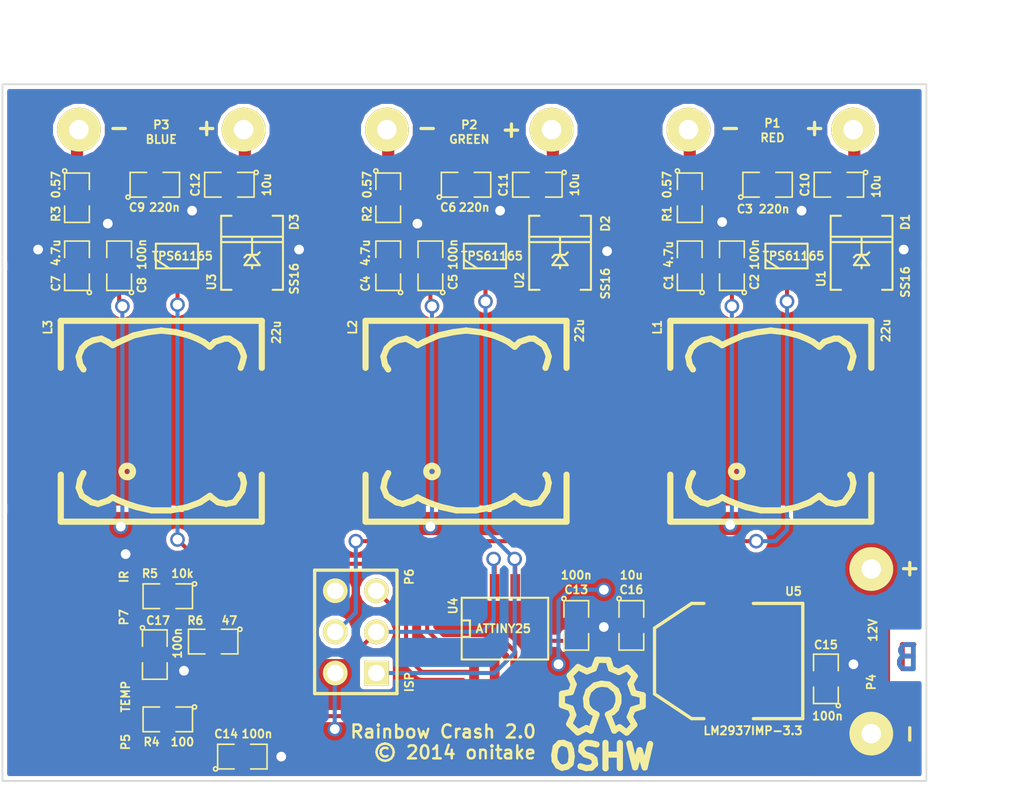
<source format=kicad_pcb>
(kicad_pcb (version 3) (host pcbnew "(22-Jun-2014 BZR 4027)-stable")
  (title_block (title "Rainbow Crash") (rev 1) (company "Chaostreff Basel") (comment 1 "(c) 2012-2014 Gregor Riepl <onitake@gmail.com>"))
  (layers (15 F.Cu signal) (0 B.Cu signal) (18 B.Paste user) (19 F.Paste user) (20 B.SilkS user) (21 F.SilkS user) (22 B.Mask user) (23 F.Mask user) (28 Edge.Cuts user))
  (net 0 "")
  (net 1 +12V)
  (net 2 DIMB)
  (net 3 DIMG)
  (net 4 DIMR)
  (net 5 GND)
  (net 6 IR)
  (net 7 N-000001)
  (net 8 N-0000011)
  (net 9 N-0000012)
  (net 10 N-0000018)
  (net 11 N-0000019)
  (net 12 N-000002)
  (net 13 N-0000020)
  (net 14 N-0000021)
  (net 15 N-0000022)
  (net 16 N-0000023)
  (net 17 N-0000024)
  (net 18 N-000005)
  (net 19 N-000006)
  (net 20 N-000007)
  (net 21 N-000008)
  (net 22 RESET)
  (net 23 TEMP)
  (net 24 VCC)
  (module SO8E (layer F.Cu) (at 101 62.6)
    (fp_text reference U4 (at -3.2 -1.4 90) (layer F.SilkS) (effects (font (size 0.508 0.508) (thickness 0.10922))))
    (fp_text value ATTINY25 (at -0.1 0) (layer F.SilkS) (effects (font (size 0.508 0.508) (thickness 0.10922))))
    (pad 8 smd rect (at -1.905 -2.667) (size 0.59944 1.39954) (layers F.Cu F.Paste F.Mask) (net 24 VCC))
    (pad 1 smd rect (at -1.905 2.667) (size 0.59944 1.39954) (layers F.Cu F.Paste F.Mask) (net 22 RESET))
    (pad 7 smd rect (at -0.635 -2.667) (size 0.59944 1.39954) (layers F.Cu F.Paste F.Mask) (net 6 IR))
    (pad 6 smd rect (at 0.635 -2.667) (size 0.59944 1.39954) (layers F.Cu F.Paste F.Mask) (net 3 DIMG))
    (pad 5 smd rect (at 1.905 -2.667) (size 0.59944 1.39954) (layers F.Cu F.Paste F.Mask) (net 4 DIMR))
    (pad 2 smd rect (at -0.635 2.667) (size 0.59944 1.39954) (layers F.Cu F.Paste F.Mask) (net 23 TEMP))
    (pad 3 smd rect (at 0.635 2.667) (size 0.59944 1.39954) (layers F.Cu F.Paste F.Mask) (net 2 DIMB))
    (pad 4 smd rect (at 1.905 2.667) (size 0.59944 1.39954) (layers F.Cu F.Paste F.Mask) (net 5 GND))
  )
  (module SM0805 (layer F.Cu) (at 84 35.2 180)
    (fp_text reference C12 (at 2.1 0 270) (layer F.SilkS) (effects (font (size 0.50038 0.50038) (thickness 0.10922))))
    (fp_text value 10u (at -2.3 0 270) (layer F.SilkS) (effects (font (size 0.50038 0.50038) (thickness 0.10922))))
    (pad 1 smd rect (at -0.9525 0 180) (size 0.889 1.397) (layers F.Cu F.Paste F.Mask) (net 7 N-000001))
    (pad 2 smd rect (at 0.9525 0 180) (size 0.889 1.397) (layers F.Cu F.Paste F.Mask) (net 5 GND))
  )
  (module SM0805 (layer F.Cu) (at 103 35.2 180)
    (fp_text reference C11 (at 2.1 0 270) (layer F.SilkS) (effects (font (size 0.50038 0.50038) (thickness 0.10922))))
    (fp_text value 10u (at -2.3 0 270) (layer F.SilkS) (effects (font (size 0.50038 0.50038) (thickness 0.10922))))
    (pad 1 smd rect (at -0.9525 0 180) (size 0.889 1.397) (layers F.Cu F.Paste F.Mask) (net 8 N-0000011))
    (pad 2 smd rect (at 0.9525 0 180) (size 0.889 1.397) (layers F.Cu F.Paste F.Mask) (net 5 GND))
  )
  (module SM0805 (layer F.Cu) (at 93.8 36 270)
    (fp_text reference R2 (at 1 1.3 270) (layer F.SilkS) (effects (font (size 0.50038 0.50038) (thickness 0.10922))))
    (fp_text value 0.57 (at -0.8 1.3 270) (layer F.SilkS) (effects (font (size 0.50038 0.50038) (thickness 0.10922))))
    (pad 1 smd rect (at -0.9525 0 270) (size 0.889 1.397) (layers F.Cu F.Paste F.Mask) (net 20 N-000007))
    (pad 2 smd rect (at 0.9525 0 270) (size 0.889 1.397) (layers F.Cu F.Paste F.Mask) (net 5 GND))
  )
  (module SM0805 (layer F.Cu) (at 96.4 40.2 90)
    (fp_text reference C5 (at -1 1.4 90) (layer F.SilkS) (effects (font (size 0.50038 0.50038) (thickness 0.10922))))
    (fp_text value 100n (at 0.7 1.4 90) (layer F.SilkS) (effects (font (size 0.50038 0.50038) (thickness 0.10922))))
    (pad 1 smd rect (at -0.9525 0 90) (size 0.889 1.397) (layers F.Cu F.Paste F.Mask) (net 24 VCC))
    (pad 2 smd rect (at 0.9525 0 90) (size 0.889 1.397) (layers F.Cu F.Paste F.Mask) (net 5 GND))
  )
  (module SM0805 (layer F.Cu) (at 98.6 35.2)
    (fp_text reference C6 (at -1.1 1.4) (layer F.SilkS) (effects (font (size 0.50038 0.50038) (thickness 0.10922))))
    (fp_text value 220n (at 0.5 1.4) (layer F.SilkS) (effects (font (size 0.50038 0.50038) (thickness 0.10922))))
    (pad 1 smd rect (at -0.9525 0) (size 0.889 1.397) (layers F.Cu F.Paste F.Mask) (net 21 N-000008))
    (pad 2 smd rect (at 0.9525 0) (size 0.889 1.397) (layers F.Cu F.Paste F.Mask) (net 5 GND))
  )
  (module SM0805 (layer F.Cu) (at 93.8 40.2 90)
    (fp_text reference C4 (at -1.1 -1.4 90) (layer F.SilkS) (effects (font (size 0.50038 0.50038) (thickness 0.10922))))
    (fp_text value 4.7u (at 0.8 -1.4 90) (layer F.SilkS) (effects (font (size 0.50038 0.50038) (thickness 0.10922))))
    (pad 1 smd rect (at -0.9525 0 90) (size 0.889 1.397) (layers F.Cu F.Paste F.Mask) (net 1 +12V))
    (pad 2 smd rect (at 0.9525 0 90) (size 0.889 1.397) (layers F.Cu F.Paste F.Mask) (net 5 GND))
  )
  (module SM0805 (layer F.Cu) (at 84.8 70.5)
    (fp_text reference C14 (at -1 -1.4) (layer F.SilkS) (effects (font (size 0.50038 0.50038) (thickness 0.10922))))
    (fp_text value 100n (at 0.9 -1.4) (layer F.SilkS) (effects (font (size 0.50038 0.50038) (thickness 0.10922))))
    (pad 1 smd rect (at -0.9525 0) (size 0.889 1.397) (layers F.Cu F.Paste F.Mask) (net 24 VCC))
    (pad 2 smd rect (at 0.9525 0) (size 0.889 1.397) (layers F.Cu F.Paste F.Mask) (net 5 GND))
  )
  (module SM0805 (layer F.Cu) (at 74.6 36 270)
    (fp_text reference R3 (at 1 1.3 270) (layer F.SilkS) (effects (font (size 0.50038 0.50038) (thickness 0.10922))))
    (fp_text value 0.57 (at -0.8 1.3 270) (layer F.SilkS) (effects (font (size 0.50038 0.50038) (thickness 0.10922))))
    (pad 1 smd rect (at -0.9525 0 270) (size 0.889 1.397) (layers F.Cu F.Paste F.Mask) (net 18 N-000005))
    (pad 2 smd rect (at 0.9525 0 270) (size 0.889 1.397) (layers F.Cu F.Paste F.Mask) (net 5 GND))
  )
  (module SM0805 (layer F.Cu) (at 77.2 40.2 90)
    (fp_text reference C8 (at -1.2 1.4 90) (layer F.SilkS) (effects (font (size 0.50038 0.50038) (thickness 0.10922))))
    (fp_text value 100n (at 0.7 1.4 90) (layer F.SilkS) (effects (font (size 0.50038 0.50038) (thickness 0.10922))))
    (pad 1 smd rect (at -0.9525 0 90) (size 0.889 1.397) (layers F.Cu F.Paste F.Mask) (net 24 VCC))
    (pad 2 smd rect (at 0.9525 0 90) (size 0.889 1.397) (layers F.Cu F.Paste F.Mask) (net 5 GND))
  )
  (module SM0805 (layer F.Cu) (at 79.4 35.2)
    (fp_text reference C9 (at -1.1 1.4) (layer F.SilkS) (effects (font (size 0.50038 0.50038) (thickness 0.10922))))
    (fp_text value 220n (at 0.6 1.4) (layer F.SilkS) (effects (font (size 0.50038 0.50038) (thickness 0.10922))))
    (pad 1 smd rect (at -0.9525 0) (size 0.889 1.397) (layers F.Cu F.Paste F.Mask) (net 12 N-000002))
    (pad 2 smd rect (at 0.9525 0) (size 0.889 1.397) (layers F.Cu F.Paste F.Mask) (net 5 GND))
  )
  (module SM0805 (layer F.Cu) (at 74.6 40.2 90)
    (fp_text reference C7 (at -1.1 -1.3 90) (layer F.SilkS) (effects (font (size 0.50038 0.50038) (thickness 0.10922))))
    (fp_text value 4.7u (at 0.8 -1.3 90) (layer F.SilkS) (effects (font (size 0.50038 0.50038) (thickness 0.10922))))
    (pad 1 smd rect (at -0.9525 0 90) (size 0.889 1.397) (layers F.Cu F.Paste F.Mask) (net 1 +12V))
    (pad 2 smd rect (at 0.9525 0 90) (size 0.889 1.397) (layers F.Cu F.Paste F.Mask) (net 5 GND))
  )
  (module SM0805 (layer F.Cu) (at 80.2 60.6 180)
    (fp_text reference R5 (at 1.1 1.4 180) (layer F.SilkS) (effects (font (size 0.50038 0.50038) (thickness 0.10922))))
    (fp_text value 10k (at -0.9 1.4 180) (layer F.SilkS) (effects (font (size 0.50038 0.50038) (thickness 0.10922))))
    (pad 1 smd rect (at -0.9525 0 180) (size 0.889 1.397) (layers F.Cu F.Paste F.Mask) (net 6 IR))
    (pad 2 smd rect (at 0.9525 0 180) (size 0.889 1.397) (layers F.Cu F.Paste F.Mask) (net 11 N-0000019))
  )
  (module SM0805 (layer F.Cu) (at 80.2 68.2 180)
    (fp_text reference R4 (at 1 -1.4 180) (layer F.SilkS) (effects (font (size 0.50038 0.50038) (thickness 0.10922))))
    (fp_text value 100 (at -0.9 -1.4 180) (layer F.SilkS) (effects (font (size 0.50038 0.50038) (thickness 0.10922))))
    (pad 1 smd rect (at -0.9525 0 180) (size 0.889 1.397) (layers F.Cu F.Paste F.Mask) (net 23 TEMP))
    (pad 2 smd rect (at 0.9525 0 180) (size 0.889 1.397) (layers F.Cu F.Paste F.Mask) (net 13 N-0000020))
  )
  (module SM0805 (layer F.Cu) (at 79.4 64.2 270)
    (fp_text reference C17 (at -2.1 -0.2 360) (layer F.SilkS) (effects (font (size 0.50038 0.50038) (thickness 0.10922))))
    (fp_text value 100n (at -0.7 -1.4 270) (layer F.SilkS) (effects (font (size 0.50038 0.50038) (thickness 0.10922))))
    (pad 1 smd rect (at -0.9525 0 270) (size 0.889 1.397) (layers F.Cu F.Paste F.Mask) (net 10 N-0000018))
    (pad 2 smd rect (at 0.9525 0 270) (size 0.889 1.397) (layers F.Cu F.Paste F.Mask) (net 5 GND))
  )
  (module SM0805 (layer F.Cu) (at 105.4 62.4 270)
    (fp_text reference C13 (at -2.2 0 360) (layer F.SilkS) (effects (font (size 0.50038 0.50038) (thickness 0.10922))))
    (fp_text value 100n (at -3.1 0 360) (layer F.SilkS) (effects (font (size 0.50038 0.50038) (thickness 0.10922))))
    (pad 1 smd rect (at -0.9525 0 270) (size 0.889 1.397) (layers F.Cu F.Paste F.Mask) (net 24 VCC))
    (pad 2 smd rect (at 0.9525 0 270) (size 0.889 1.397) (layers F.Cu F.Paste F.Mask) (net 5 GND))
  )
  (module SM0805 (layer F.Cu) (at 112.4 40.2 90)
    (fp_text reference C1 (at -1 -1.3 90) (layer F.SilkS) (effects (font (size 0.50038 0.50038) (thickness 0.10922))))
    (fp_text value 4.7u (at 0.7 -1.3 90) (layer F.SilkS) (effects (font (size 0.50038 0.50038) (thickness 0.10922))))
    (pad 1 smd rect (at -0.9525 0 90) (size 0.889 1.397) (layers F.Cu F.Paste F.Mask) (net 1 +12V))
    (pad 2 smd rect (at 0.9525 0 90) (size 0.889 1.397) (layers F.Cu F.Paste F.Mask) (net 5 GND))
  )
  (module SM0805 (layer F.Cu) (at 117.2 35.2)
    (fp_text reference C3 (at -1.4 1.5) (layer F.SilkS) (effects (font (size 0.50038 0.50038) (thickness 0.10922))))
    (fp_text value 220n (at 0.4 1.5) (layer F.SilkS) (effects (font (size 0.50038 0.50038) (thickness 0.10922))))
    (pad 1 smd rect (at -0.9525 0) (size 0.889 1.397) (layers F.Cu F.Paste F.Mask) (net 14 N-0000021))
    (pad 2 smd rect (at 0.9525 0) (size 0.889 1.397) (layers F.Cu F.Paste F.Mask) (net 5 GND))
  )
  (module SM0805 (layer F.Cu) (at 115 40.2 90)
    (fp_text reference C2 (at -1 1.4 90) (layer F.SilkS) (effects (font (size 0.50038 0.50038) (thickness 0.10922))))
    (fp_text value 100n (at 0.7 1.4 90) (layer F.SilkS) (effects (font (size 0.50038 0.50038) (thickness 0.10922))))
    (pad 1 smd rect (at -0.9525 0 90) (size 0.889 1.397) (layers F.Cu F.Paste F.Mask) (net 24 VCC))
    (pad 2 smd rect (at 0.9525 0 90) (size 0.889 1.397) (layers F.Cu F.Paste F.Mask) (net 5 GND))
  )
  (module SM0805 (layer F.Cu) (at 112.4 36 270)
    (fp_text reference R1 (at 1 1.4 270) (layer F.SilkS) (effects (font (size 0.50038 0.50038) (thickness 0.10922))))
    (fp_text value 0.57 (at -0.8 1.4 270) (layer F.SilkS) (effects (font (size 0.50038 0.50038) (thickness 0.10922))))
    (pad 1 smd rect (at -0.9525 0 270) (size 0.889 1.397) (layers F.Cu F.Paste F.Mask) (net 16 N-0000023))
    (pad 2 smd rect (at 0.9525 0 270) (size 0.889 1.397) (layers F.Cu F.Paste F.Mask) (net 5 GND))
  )
  (module SM0805 (layer F.Cu) (at 121.6 35.2 180)
    (fp_text reference C10 (at 2.1 0 270) (layer F.SilkS) (effects (font (size 0.50038 0.50038) (thickness 0.10922))))
    (fp_text value 10u (at -2.3 -0.1 270) (layer F.SilkS) (effects (font (size 0.50038 0.50038) (thickness 0.10922))))
    (pad 1 smd rect (at -0.9525 0 180) (size 0.889 1.397) (layers F.Cu F.Paste F.Mask) (net 15 N-0000022))
    (pad 2 smd rect (at 0.9525 0 180) (size 0.889 1.397) (layers F.Cu F.Paste F.Mask) (net 5 GND))
  )
  (module SM0805 (layer F.Cu) (at 108.8 62.4 270)
    (fp_text reference C16 (at -2.2 0 360) (layer F.SilkS) (effects (font (size 0.50038 0.50038) (thickness 0.10922))))
    (fp_text value 10u (at -3.1 0 360) (layer F.SilkS) (effects (font (size 0.50038 0.50038) (thickness 0.10922))))
    (pad 1 smd rect (at -0.9525 0 270) (size 0.889 1.397) (layers F.Cu F.Paste F.Mask) (net 24 VCC))
    (pad 2 smd rect (at 0.9525 0 270) (size 0.889 1.397) (layers F.Cu F.Paste F.Mask) (net 5 GND))
  )
  (module SM0805 (layer F.Cu) (at 120.8 65.7 90)
    (fp_text reference C15 (at 2.1 0 180) (layer F.SilkS) (effects (font (size 0.50038 0.50038) (thickness 0.10922))))
    (fp_text value 100n (at -2.3 0.1 180) (layer F.SilkS) (effects (font (size 0.50038 0.50038) (thickness 0.10922))))
    (pad 1 smd rect (at -0.9525 0 90) (size 0.889 1.397) (layers F.Cu F.Paste F.Mask) (net 1 +12V))
    (pad 2 smd rect (at 0.9525 0 90) (size 0.889 1.397) (layers F.Cu F.Paste F.Mask) (net 5 GND))
  )
  (module SM0805 (layer F.Cu) (at 83 63.4 180)
    (fp_text reference R6 (at 1.1 1.3 180) (layer F.SilkS) (effects (font (size 0.50038 0.50038) (thickness 0.10922))))
    (fp_text value 47 (at -1 1.3 180) (layer F.SilkS) (effects (font (size 0.50038 0.50038) (thickness 0.10922))))
    (pad 1 smd rect (at -0.9525 0 180) (size 0.889 1.397) (layers F.Cu F.Paste F.Mask) (net 24 VCC))
    (pad 2 smd rect (at 0.9525 0 180) (size 0.889 1.397) (layers F.Cu F.Paste F.Mask) (net 10 N-0000018))
  )
  (module SOT23_6 (layer F.Cu) (at 99.8 39.6)
    (fp_text reference U2 (at 2.1 1.5 90) (layer F.SilkS) (effects (font (size 0.508 0.508) (thickness 0.10922))))
    (fp_text value TPS61165 (at 0.4 0) (layer F.SilkS) (effects (font (size 0.508 0.508) (thickness 0.10922))))
    (pad 6 smd rect (at -0.9525 -1.27) (size 0.70104 1.00076) (layers F.Cu F.Paste F.Mask) (net 20 N-000007))
    (pad 5 smd rect (at 0 -1.27) (size 0.70104 1.00076) (layers F.Cu F.Paste F.Mask) (net 21 N-000008))
    (pad 4 smd rect (at 0.9525 -1.27) (size 0.70104 1.00076) (layers F.Cu F.Paste F.Mask) (net 5 GND))
    (pad 3 smd rect (at 0.9525 1.27) (size 0.70104 1.00076) (layers F.Cu F.Paste F.Mask) (net 9 N-0000012))
    (pad 2 smd rect (at 0 1.27) (size 0.70104 1.00076) (layers F.Cu F.Paste F.Mask) (net 3 DIMG))
    (pad 1 smd rect (at -0.9525 1.27) (size 0.70104 1.00076) (layers F.Cu F.Paste F.Mask) (net 24 VCC))
  )
  (module SOT23_6 (layer F.Cu) (at 80.8 39.6)
    (fp_text reference U3 (at 2.1 1.6 90) (layer F.SilkS) (effects (font (size 0.508 0.508) (thickness 0.10922))))
    (fp_text value TPS61165 (at 0.3 0) (layer F.SilkS) (effects (font (size 0.50038 0.50038) (thickness 0.10922))))
    (pad 6 smd rect (at -0.9525 -1.27) (size 0.70104 1.00076) (layers F.Cu F.Paste F.Mask) (net 18 N-000005))
    (pad 5 smd rect (at 0 -1.27) (size 0.70104 1.00076) (layers F.Cu F.Paste F.Mask) (net 12 N-000002))
    (pad 4 smd rect (at 0.9525 -1.27) (size 0.70104 1.00076) (layers F.Cu F.Paste F.Mask) (net 5 GND))
    (pad 3 smd rect (at 0.9525 1.27) (size 0.70104 1.00076) (layers F.Cu F.Paste F.Mask) (net 19 N-000006))
    (pad 2 smd rect (at 0 1.27) (size 0.70104 1.00076) (layers F.Cu F.Paste F.Mask) (net 2 DIMB))
    (pad 1 smd rect (at -0.9525 1.27) (size 0.70104 1.00076) (layers F.Cu F.Paste F.Mask) (net 24 VCC))
  )
  (module SOT23_6 (layer F.Cu) (at 118.4 39.6)
    (fp_text reference U1 (at 2.1 1.4 90) (layer F.SilkS) (effects (font (size 0.508 0.508) (thickness 0.10922))))
    (fp_text value TPS61165 (at 0.4 0) (layer F.SilkS) (effects (font (size 0.508 0.508) (thickness 0.10922))))
    (pad 6 smd rect (at -0.9525 -1.27) (size 0.70104 1.00076) (layers F.Cu F.Paste F.Mask) (net 16 N-0000023))
    (pad 5 smd rect (at 0 -1.27) (size 0.70104 1.00076) (layers F.Cu F.Paste F.Mask) (net 14 N-0000021))
    (pad 4 smd rect (at 0.9525 -1.27) (size 0.70104 1.00076) (layers F.Cu F.Paste F.Mask) (net 5 GND))
    (pad 3 smd rect (at 0.9525 1.27) (size 0.70104 1.00076) (layers F.Cu F.Paste F.Mask) (net 17 N-0000024))
    (pad 2 smd rect (at 0 1.27) (size 0.70104 1.00076) (layers F.Cu F.Paste F.Mask) (net 4 DIMR))
    (pad 1 smd rect (at -0.9525 1.27) (size 0.70104 1.00076) (layers F.Cu F.Paste F.Mask) (net 24 VCC))
  )
  (module "DO-214AC(SMA)" (layer F.Cu) (at 85.4 39.4 90)
    (fp_text reference D3 (at 1.9 2.6 90) (layer F.SilkS) (effects (font (size 0.508 0.508) (thickness 0.10922))))
    (fp_text value SS16 (at -1.6 2.6 90) (layer F.SilkS) (effects (font (size 0.508 0.508) (thickness 0.10922))))
    (pad 1 smd rect (at -1.89992 0 90) (size 1.6002 2.19964) (layers F.Cu F.Paste F.Mask) (net 19 N-000006))
    (pad 2 smd rect (at 1.89992 0 90) (size 1.6002 2.19964) (layers F.Cu F.Paste F.Mask) (net 7 N-000001))
  )
  (module "DO-214AC(SMA)" (layer F.Cu) (at 104.4 39.4 90)
    (fp_text reference D2 (at 1.8 2.8 90) (layer F.SilkS) (effects (font (size 0.508 0.508) (thickness 0.10922))))
    (fp_text value SS16 (at -1.9 2.8 90) (layer F.SilkS) (effects (font (size 0.508 0.508) (thickness 0.10922))))
    (pad 1 smd rect (at -1.89992 0 90) (size 1.6002 2.19964) (layers F.Cu F.Paste F.Mask) (net 9 N-0000012))
    (pad 2 smd rect (at 1.89992 0 90) (size 1.6002 2.19964) (layers F.Cu F.Paste F.Mask) (net 8 N-0000011))
  )
  (module "DO-214AC(SMA)" (layer F.Cu) (at 123 39.4 90)
    (fp_text reference D1 (at 1.9 2.7 90) (layer F.SilkS) (effects (font (size 0.508 0.508) (thickness 0.10922))))
    (fp_text value SS16 (at -1.8 2.7 90) (layer F.SilkS) (effects (font (size 0.508 0.508) (thickness 0.10922))))
    (pad 1 smd rect (at -1.89992 0 90) (size 1.6002 2.19964) (layers F.Cu F.Paste F.Mask) (net 17 N-0000024))
    (pad 2 smd rect (at 1.89992 0 90) (size 1.6002 2.19964) (layers F.Cu F.Paste F.Mask) (net 15 N-0000022))
  )
  (module Symbol_OSHW-Logo_SilkScreen_07Jul2012 (layer F.Cu) (at 107 67)
    (fp_text reference SYM hide)
    (fp_text value Symbol_OSHW-Logo_SilkScreen_07Jul2012 hide)
  )
  (module WireConnection_1-2mmDrill (layer F.Cu) (at 123.6 64 270)
    (fp_text reference P4 (at 1.9 0 270) (layer F.SilkS) (effects (font (size 0.508 0.508) (thickness 0.10922))))
    (fp_text value 12V (at -1.3 -0.1 270) (layer F.SilkS) (effects (font (size 0.508 0.508) (thickness 0.10922))))
    (pad 1 thru_hole circle (at -5.08 0 270) (size 2.70002 2.70002) (drill 1.19888) (layers *.Cu *.Mask F.SilkS) (net 1 +12V))
    (pad 2 thru_hole circle (at 5.08 0 270) (size 2.70002 2.70002) (drill 1.19888) (layers *.Cu *.Mask F.SilkS) (net 5 GND))
  )
  (module WireConnection_1-2mmDrill (layer F.Cu) (at 117.4 31.8 180)
    (fp_text reference P1 (at -0.1 0.4 180) (layer F.SilkS) (effects (font (size 0.508 0.508) (thickness 0.10922))))
    (fp_text value RED (at -0.1 -0.5 180) (layer F.SilkS) (effects (font (size 0.508 0.508) (thickness 0.10922))))
    (pad 1 thru_hole circle (at -5.08 0 180) (size 2.70002 2.70002) (drill 1.19888) (layers *.Cu *.Mask F.SilkS) (net 15 N-0000022))
    (pad 2 thru_hole circle (at 5.08 0 180) (size 2.70002 2.70002) (drill 1.19888) (layers *.Cu *.Mask F.SilkS) (net 16 N-0000023))
  )
  (module WireConnection_1-2mmDrill (layer F.Cu) (at 98.8 31.8 180)
    (fp_text reference P2 (at 0 0.3 180) (layer F.SilkS) (effects (font (size 0.508 0.508) (thickness 0.10922))))
    (fp_text value GREEN (at 0 -0.6 180) (layer F.SilkS) (effects (font (size 0.508 0.508) (thickness 0.10922))))
    (pad 1 thru_hole circle (at -5.08 0 180) (size 2.70002 2.70002) (drill 1.19888) (layers *.Cu *.Mask F.SilkS) (net 8 N-0000011))
    (pad 2 thru_hole circle (at 5.08 0 180) (size 2.70002 2.70002) (drill 1.19888) (layers *.Cu *.Mask F.SilkS) (net 20 N-000007))
  )
  (module WireConnection_1-2mmDrill (layer F.Cu) (at 79.8 31.8 180)
    (fp_text reference P3 (at 0 0.3 180) (layer F.SilkS) (effects (font (size 0.508 0.508) (thickness 0.10922))))
    (fp_text value BLUE (at 0 -0.6 180) (layer F.SilkS) (effects (font (size 0.508 0.508) (thickness 0.10922))))
    (pad 1 thru_hole circle (at -5.08 0 180) (size 2.70002 2.70002) (drill 1.19888) (layers *.Cu *.Mask F.SilkS) (net 7 N-000001))
    (pad 2 thru_hole circle (at 5.08 0 180) (size 2.70002 2.70002) (drill 1.19888) (layers *.Cu *.Mask F.SilkS) (net 18 N-000005))
  )
  (module Choke_SMD_Wuerth-WE-PD-Typ-LS_Handsoldering_RevA_27July2010 (layer F.Cu) (at 79.8 49.8)
    (fp_text reference L3 (at -7 -5.8 90) (layer F.SilkS) (effects (font (size 0.508 0.508) (thickness 0.10922))))
    (fp_text value 22u (at 7.1 -5.5 90) (layer F.SilkS) (effects (font (size 0.508 0.508) (thickness 0.10922))))
    (pad 1 smd rect (at -5.90042 0) (size 4.89966 5.40004) (layers F.Cu F.Paste F.Mask) (net 1 +12V))
    (pad 2 smd rect (at 5.90042 0) (size 4.89966 5.40004) (layers F.Cu F.Paste F.Mask) (net 19 N-000006))
  )
  (module Choke_SMD_Wuerth-WE-PD-Typ-LS_Handsoldering_RevA_27July2010 (layer F.Cu) (at 98.6 49.8)
    (fp_text reference L2 (at -7 -5.8 90) (layer F.SilkS) (effects (font (size 0.508 0.508) (thickness 0.10922))))
    (fp_text value 22u (at 7 -5.6 90) (layer F.SilkS) (effects (font (size 0.508 0.508) (thickness 0.10922))))
    (pad 1 smd rect (at -5.90042 0) (size 4.89966 5.40004) (layers F.Cu F.Paste F.Mask) (net 1 +12V))
    (pad 2 smd rect (at 5.90042 0) (size 4.89966 5.40004) (layers F.Cu F.Paste F.Mask) (net 9 N-0000012))
  )
  (module Choke_SMD_Wuerth-WE-PD-Typ-LS_Handsoldering_RevA_27July2010 (layer F.Cu) (at 117.4 49.8)
    (fp_text reference L1 (at -7 -5.8 90) (layer F.SilkS) (effects (font (size 0.508 0.508) (thickness 0.10922))))
    (fp_text value 22u (at 7.1 -5.6 90) (layer F.SilkS) (effects (font (size 0.508 0.508) (thickness 0.10922))))
    (pad 1 smd rect (at -5.90042 0) (size 4.89966 5.40004) (layers F.Cu F.Paste F.Mask) (net 1 +12V))
    (pad 2 smd rect (at 5.90042 0) (size 4.89966 5.40004) (layers F.Cu F.Paste F.Mask) (net 17 N-0000024))
  )
  (module pin_array_3x2 (layer F.Cu) (at 91.8 62.8 90)
    (fp_text reference P6 (at 3.4 3.3 90) (layer F.SilkS) (effects (font (size 0.508 0.508) (thickness 0.10922))))
    (fp_text value ISP hide)
    (pad 1 thru_hole rect (at -2.54 1.27 90) (size 1.524 1.524) (drill 1.016) (layers *.Cu *.Mask F.SilkS) (net 3 DIMG))
    (pad 2 thru_hole circle (at -2.54 -1.27 90) (size 1.524 1.524) (drill 1.016) (layers *.Cu *.Mask F.SilkS) (net 24 VCC))
    (pad 3 thru_hole circle (at 0 1.27 90) (size 1.524 1.524) (drill 1.016) (layers *.Cu *.Mask F.SilkS) (net 6 IR))
    (pad 4 thru_hole circle (at 0 -1.27 90) (size 1.524 1.524) (drill 1.016) (layers *.Cu *.Mask F.SilkS) (net 4 DIMR))
    (pad 5 thru_hole circle (at 2.54 1.27 90) (size 1.524 1.524) (drill 1.016) (layers *.Cu *.Mask F.SilkS) (net 22 RESET))
    (pad 6 thru_hole circle (at 2.54 -1.27 90) (size 1.524 1.524) (drill 1.016) (layers *.Cu *.Mask F.SilkS) (net 5 GND))
  )
  (module oni-pad3-2.54 (layer F.Cu) (at 74 68.2 90)
    (fp_text reference P5 (at -1.4 3.6 90) (layer F.SilkS) (effects (font (size 0.508 0.508) (thickness 0.10922))))
    (fp_text value TEMP (at 1.4 3.6 90) (layer F.SilkS) (effects (font (size 0.508 0.508) (thickness 0.10922))))
    (pad 1 smd rect (at -2.54 0 90) (size 1.27 5.08) (layers F.Cu F.Paste F.Mask) (net 24 VCC))
    (pad 2 smd rect (at 0 0 90) (size 1.27 5.08) (layers F.Cu F.Paste F.Mask) (net 13 N-0000020))
    (pad 3 smd rect (at 2.54 0 90) (size 1.27 5.08) (layers F.Cu F.Paste F.Mask) (net 5 GND))
  )
  (module oni-pad3-2.54 (layer F.Cu) (at 74 60.6 90)
    (fp_text reference P7 (at -1.3 3.5 90) (layer F.SilkS) (effects (font (size 0.508 0.508) (thickness 0.10922))))
    (fp_text value IR (at 1.2 3.5 90) (layer F.SilkS) (effects (font (size 0.508 0.508) (thickness 0.10922))))
    (pad 1 smd rect (at -2.54 0 90) (size 1.27 5.08) (layers F.Cu F.Paste F.Mask) (net 10 N-0000018))
    (pad 2 smd rect (at 0 0 90) (size 1.27 5.08) (layers F.Cu F.Paste F.Mask) (net 11 N-0000019))
    (pad 3 smd rect (at 2.54 0 90) (size 1.27 5.08) (layers F.Cu F.Paste F.Mask) (net 5 GND))
  )
  (module oni-SOT223-3 (layer F.Cu) (at 114.8 64.6 90)
    (fp_text reference U5 (at 4.3 4 180) (layer F.SilkS) (effects (font (size 0.508 0.508) (thickness 0.10922))))
    (fp_text value LM2937IMP-3.3 (at -4.3 1.5 180) (layer F.SilkS) (effects (font (size 0.508 0.508) (thickness 0.10922))))
    (pad 2 smd rect (at 0 -3.302 90) (size 3.6576 2.032) (layers F.Cu F.Paste F.Mask) (net 5 GND))
    (pad 2 smd rect (at 0 3.302 90) (size 1.016 2.032) (layers F.Cu F.Paste F.Mask) (net 5 GND))
    (pad 3 smd rect (at 2.286 3.302 90) (size 1.016 2.032) (layers F.Cu F.Paste F.Mask) (net 24 VCC))
    (pad 1 smd rect (at -2.286 3.302 90) (size 1.016 2.032) (layers F.Cu F.Paste F.Mask) (net 1 +12V))
  )
  (gr_text - (at 114.9 31.8 180) (layer F.SilkS) (effects (font (size 1 1) (thickness 0.2))))
  (gr_text - (at 96.2 31.8 180) (layer F.SilkS) (effects (font (size 1 1) (thickness 0.2))))
  (gr_text - (at 77.2 31.8 180) (layer F.SilkS) (effects (font (size 1 1) (thickness 0.2))))
  (gr_text + (at 120.1 31.8 180) (layer F.SilkS) (effects (font (size 1 1) (thickness 0.2))))
  (gr_text + (at 101.4 31.9 180) (layer F.SilkS) (effects (font (size 1 1) (thickness 0.2))))
  (gr_text + (at 82.6 31.8 180) (layer F.SilkS) (effects (font (size 1 1) (thickness 0.2))))
  (gr_text ISP (at 95.1 65.9 90) (layer F.SilkS) (effects (font (size 0.508 0.508) (thickness 0.10922))))
  (gr_text - (at 125.9 69.1 90) (layer F.SilkS) (effects (font (size 1 1) (thickness 0.2))))
  (gr_text + (at 125.9 58.9 90) (layer F.SilkS) (effects (font (size 1 1) (thickness 0.2))))
  (gr_text "Rainbow Crash 2.0\n© 2014 onitake" (at 103 69.6) (layer F.SilkS) (effects (font (size 0.8 0.8)) (justify right)))
  (gr_text F (at 125.8 64.4) (layer F.Cu) (effects (font (size 1.5 1.5) (thickness 0.3))))
  (gr_text B (at 125.8 64.4) (layer B.Cu) (effects (font (size 1.5 1.5) (thickness 0.3)) (justify mirror)))
  (gr_line (start 127 72) (end 70 72) (angle 90) (layer Edge.Cuts) (width 0.1))
  (gr_line (start 127 29) (end 127 72) (angle 90) (layer Edge.Cuts) (width 0.1))
  (gr_line (start 70 29) (end 127 29) (angle 90) (layer Edge.Cuts) (width 0.1))
  (gr_line (start 70 72) (end 70 29) (angle 90) (layer Edge.Cuts) (width 0.1))
  (segment (start 120.8 66.6525) (end 120.5665 66.886) (width 0.75) (layer F.Cu) (net 1))
  (segment (start 120.5665 66.886) (end 118.102 66.886) (width 0.75) (layer F.Cu) (net 1))
  (segment (start 111.49958 54.39958) (end 119.07958 54.39958) (width 0.25) (layer F.Cu) (net 1))
  (segment (start 119.07958 54.39958) (end 123.6 58.92) (width 0.25) (layer F.Cu) (net 1))
  (segment (start 120.8 66.6525) (end 122.7475 66.6525) (width 0.25) (layer F.Cu) (net 1))
  (segment (start 122.7475 66.6525) (end 123.6 65.8) (width 0.25) (layer F.Cu) (net 1))
  (segment (start 123.6 65.8) (end 123.6 58.92) (width 0.25) (layer F.Cu) (net 1))
  (segment (start 92.69958 49.8) (end 92.69958 54.4) (width 0.25) (layer F.Cu) (net 1))
  (segment (start 92.7 54.3) (end 92.7 54.4) (width 0.25) (layer F.Cu) (net 1))
  (segment (start 92.7 54.39958) (end 92.7 54.3) (width 0.25) (layer F.Cu) (net 1))
  (segment (start 92.69958 54.4) (end 92.7 54.39958) (width 0.25) (layer F.Cu) (net 1))
  (segment (start 73.89958 49.8) (end 77.4 49.8) (width 0.25) (layer F.Cu) (net 1))
  (segment (start 77.4 49.8) (end 82 54.4) (width 0.25) (layer F.Cu) (net 1))
  (segment (start 82 54.4) (end 92.7 54.4) (width 0.25) (layer F.Cu) (net 1))
  (segment (start 111.49958 54.39958) (end 111.49958 49.8) (width 0.25) (layer F.Cu) (net 1))
  (segment (start 92.7 54.4) (end 111.5 54.4) (width 0.25) (layer F.Cu) (net 1))
  (segment (start 111.5 54.4) (end 111.49958 54.39958) (width 0.25) (layer F.Cu) (net 1))
  (segment (start 74.6 41.1525) (end 74.6 49.09958) (width 0.25) (layer F.Cu) (net 1))
  (segment (start 74.6 49.09958) (end 73.89958 49.8) (width 0.25) (layer F.Cu) (net 1))
  (segment (start 93.8 41.1525) (end 93.8 48.69958) (width 0.25) (layer F.Cu) (net 1))
  (segment (start 93.8 48.69958) (end 92.69958 49.8) (width 0.25) (layer F.Cu) (net 1))
  (segment (start 112.4 40.9525) (end 112.4 48.89958) (width 0.25) (layer F.Cu) (net 1))
  (segment (start 112.4 48.89958) (end 111.49958 49.8) (width 0.25) (layer F.Cu) (net 1))
  (segment (start 80.8 57.1) (end 82.3 58.6) (width 0.25) (layer F.Cu) (net 2))
  (segment (start 82.3 58.6) (end 95.4 58.6) (width 0.25) (layer F.Cu) (net 2))
  (segment (start 97 63.5) (end 96.2 62.7) (width 0.25) (layer F.Cu) (net 2))
  (segment (start 101.1 63.5) (end 97 63.5) (width 0.25) (layer F.Cu) (net 2))
  (segment (start 96.2 59.4) (end 95.4 58.6) (width 0.25) (layer F.Cu) (net 2))
  (segment (start 96.2 62.7) (end 96.2 59.4) (width 0.25) (layer F.Cu) (net 2))
  (segment (start 80.8 57.1) (end 80.8 42.6) (width 0.25) (layer B.Cu) (net 2))
  (via (at 80.8 57.1) (size 0.9) (layers F.Cu B.Cu) (net 2))
  (segment (start 80.8 42.6) (end 80.8 41.07) (width 0.25) (layer F.Cu) (net 2))
  (via (at 80.8 42.6) (size 0.9) (layers F.Cu B.Cu) (net 2))
  (segment (start 101.635 65.267) (end 101.635 64.035) (width 0.25) (layer F.Cu) (net 2))
  (segment (start 101.635 64.035) (end 101.1 63.5) (width 0.25) (layer F.Cu) (net 2))
  (segment (start 101.635 64.035) (end 101.1 63.5) (width 0.25) (layer F.Cu) (net 2))
  (segment (start 101.6 58.3) (end 99.8 56.5) (width 0.25) (layer B.Cu) (net 3))
  (segment (start 99.8 56.5) (end 99.8 56.2) (width 0.25) (layer B.Cu) (net 3))
  (segment (start 99.8 56.2) (end 99.8 55.2) (width 0.25) (layer B.Cu) (net 3))
  (segment (start 101.635 58.335) (end 101.635 59.933) (width 0.25) (layer F.Cu) (net 3))
  (segment (start 99.8 55.2) (end 99.8 42.4) (width 0.25) (layer B.Cu) (net 3))
  (segment (start 101.6 64.1) (end 101.6 58.3) (width 0.25) (layer B.Cu) (net 3))
  (segment (start 101.6 58.3) (end 101.635 58.335) (width 0.25) (layer F.Cu) (net 3))
  (via (at 101.6 58.3) (size 0.9) (layers F.Cu B.Cu) (net 3))
  (segment (start 93.07 65.34) (end 100.36 65.34) (width 0.25) (layer B.Cu) (net 3))
  (segment (start 100.36 65.34) (end 101.6 64.1) (width 0.25) (layer B.Cu) (net 3))
  (segment (start 99.8 42.4) (end 99.8 40.87) (width 0.25) (layer F.Cu) (net 3))
  (via (at 99.8 42.4) (size 0.9) (layers F.Cu B.Cu) (net 3))
  (segment (start 118.4 40.87) (end 118.4 42.4) (width 0.25) (layer F.Cu) (net 4))
  (segment (start 117.7 57.2) (end 116.5 57.2) (width 0.25) (layer B.Cu) (net 4))
  (segment (start 118.4 56.5) (end 117.7 57.2) (width 0.25) (layer B.Cu) (net 4))
  (segment (start 118.4 42.4) (end 118.4 56.5) (width 0.25) (layer B.Cu) (net 4))
  (via (at 118.4 42.4) (size 0.9) (layers F.Cu B.Cu) (net 4))
  (via (at 116.5 57.2) (size 0.9) (layers F.Cu B.Cu) (net 4))
  (segment (start 103.8 57.2) (end 116.5 57.2) (width 0.25) (layer F.Cu) (net 4))
  (segment (start 103.81 57.2) (end 103.8 57.2) (width 0.25) (layer F.Cu) (net 4))
  (segment (start 102.905 58.105) (end 103.81 57.2) (width 0.25) (layer F.Cu) (net 4))
  (segment (start 102.905 59.933) (end 102.905 58.105) (width 0.25) (layer F.Cu) (net 4))
  (segment (start 102.905 58.105) (end 102 57.2) (width 0.25) (layer F.Cu) (net 4))
  (segment (start 91.8 59.5) (end 91.8 57.2) (width 0.25) (layer B.Cu) (net 4))
  (via (at 91.8 57.2) (size 0.9) (layers F.Cu B.Cu) (net 4))
  (segment (start 91.8 57.2) (end 102 57.2) (width 0.25) (layer F.Cu) (net 4))
  (segment (start 90.53 62.8) (end 90.6 62.8) (width 0.25) (layer B.Cu) (net 4))
  (segment (start 90.6 62.8) (end 91.8 61.6) (width 0.25) (layer B.Cu) (net 4))
  (segment (start 91.8 61.6) (end 91.8 61.5) (width 0.25) (layer B.Cu) (net 4))
  (segment (start 91.8 61.5) (end 91.8 59.5) (width 0.25) (layer B.Cu) (net 4))
  (segment (start 108.8 63.3525) (end 110.9525 63.3525) (width 0.25) (layer F.Cu) (net 5))
  (segment (start 111.5 64.6) (end 111.498 64.6) (width 0.25) (layer F.Cu) (net 5))
  (segment (start 111.5 63.9) (end 111.5 64.6) (width 0.25) (layer F.Cu) (net 5))
  (segment (start 110.9525 63.3525) (end 111.5 63.9) (width 0.25) (layer F.Cu) (net 5))
  (segment (start 120.8 64.7475) (end 122.4475 64.7475) (width 0.75) (layer F.Cu) (net 5))
  (segment (start 122.4475 64.7475) (end 122.5 64.8) (width 0.75) (layer F.Cu) (net 5))
  (segment (start 120.8 64.7475) (end 118.2495 64.7475) (width 0.75) (layer F.Cu) (net 5))
  (segment (start 118.2495 64.7475) (end 118.102 64.6) (width 0.75) (layer F.Cu) (net 5))
  (segment (start 90.53 60.26) (end 88.14 60.26) (width 0.25) (layer B.Cu) (net 5))
  (segment (start 87.2 61.2) (end 87.2 70.5) (width 0.25) (layer B.Cu) (net 5))
  (segment (start 88.14 60.26) (end 87.2 61.2) (width 0.25) (layer B.Cu) (net 5))
  (segment (start 107.1 62.5) (end 110.5 59.1) (width 0.25) (layer B.Cu) (net 5))
  (segment (start 110.5 59.1) (end 120.2 59.1) (width 0.25) (layer B.Cu) (net 5))
  (segment (start 120.2 62.5) (end 120.2 59.1) (width 0.25) (layer B.Cu) (net 5))
  (segment (start 120.2 59.1) (end 123.6 55.7) (width 0.25) (layer B.Cu) (net 5))
  (segment (start 123.6 55.7) (end 123.6 39.2) (width 0.25) (layer B.Cu) (net 5))
  (segment (start 123.6 39.2) (end 125.6 39.2) (width 0.25) (layer B.Cu) (net 5))
  (segment (start 123.6 39.2) (end 123.7 39.2) (width 0.25) (layer B.Cu) (net 5))
  (segment (start 123.7 39.2) (end 123.6 39.2) (width 0.25) (layer B.Cu) (net 5))
  (segment (start 123.6 39.2) (end 123.6 37.7) (width 0.25) (layer B.Cu) (net 5))
  (segment (start 123.6 37.7) (end 122.7 36.8) (width 0.25) (layer B.Cu) (net 5))
  (segment (start 122.7 36.8) (end 119.3 36.8) (width 0.25) (layer B.Cu) (net 5))
  (via (at 119.3 36.8) (size 0.9) (layers F.Cu B.Cu) (net 5))
  (segment (start 115.1 36.8) (end 119.3 36.8) (width 0.25) (layer B.Cu) (net 5))
  (segment (start 114.4 36.8) (end 115.1 36.8) (width 0.25) (layer B.Cu) (net 5))
  (segment (start 119.3525 36.8525) (end 119.3 36.8) (width 0.25) (layer F.Cu) (net 5))
  (segment (start 114.4 37.5) (end 114.4 36.8) (width 0.25) (layer B.Cu) (net 5))
  (segment (start 100.7 36.8) (end 107.3 36.8) (width 0.25) (layer B.Cu) (net 5))
  (segment (start 107.3 36.8) (end 114.4 36.8) (width 0.25) (layer B.Cu) (net 5))
  (segment (start 96.4 36.8) (end 100.7 36.8) (width 0.25) (layer B.Cu) (net 5))
  (via (at 100.7 36.8) (size 0.9) (layers F.Cu B.Cu) (net 5))
  (via (at 114.4 37.5) (size 0.9) (layers F.Cu B.Cu) (net 5))
  (segment (start 100.7525 36.8525) (end 100.7 36.8) (width 0.25) (layer F.Cu) (net 5))
  (segment (start 113.8525 36.9525) (end 114.4 37.5) (width 0.25) (layer F.Cu) (net 5))
  (segment (start 114.935 38.035) (end 114.4 37.5) (width 0.25) (layer F.Cu) (net 5))
  (segment (start 107.3 36.8) (end 107.3 39.3) (width 0.25) (layer B.Cu) (net 5))
  (via (at 107.3 39.3) (size 0.9) (layers F.Cu B.Cu) (net 5))
  (segment (start 95.6 37.6) (end 95.6 36.8) (width 0.25) (layer B.Cu) (net 5))
  (segment (start 95.6 36.8) (end 95.6 36.9) (width 0.25) (layer B.Cu) (net 5))
  (segment (start 95.6 36.9) (end 95.6 36.8) (width 0.25) (layer B.Cu) (net 5))
  (segment (start 95.6 36.8) (end 96.4 36.8) (width 0.25) (layer B.Cu) (net 5))
  (via (at 95.6 37.6) (size 0.9) (layers F.Cu B.Cu) (net 5))
  (segment (start 94.9525 36.9525) (end 95.6 37.6) (width 0.25) (layer F.Cu) (net 5))
  (segment (start 96.4 38.4) (end 95.6 37.6) (width 0.25) (layer F.Cu) (net 5))
  (segment (start 101.7225 39.3) (end 107.3 39.3) (width 0.25) (layer F.Cu) (net 5))
  (segment (start 88.3 39.2) (end 88.3 36.8) (width 0.25) (layer B.Cu) (net 5))
  (via (at 88.3 39.2) (size 0.9) (layers F.Cu B.Cu) (net 5))
  (segment (start 88.3 36.8) (end 88.4 36.8) (width 0.25) (layer B.Cu) (net 5))
  (segment (start 81.7 36.8) (end 88.4 36.8) (width 0.25) (layer B.Cu) (net 5))
  (segment (start 88.4 36.8) (end 95.6 36.8) (width 0.25) (layer B.Cu) (net 5))
  (via (at 81.7 36.8) (size 0.9) (layers F.Cu B.Cu) (net 5))
  (segment (start 81.7525 36.8525) (end 81.7 36.8) (width 0.25) (layer F.Cu) (net 5))
  (segment (start 82.6225 39.2) (end 88.3 39.2) (width 0.25) (layer F.Cu) (net 5))
  (segment (start 78.5 36.8) (end 81.7 36.8) (width 0.25) (layer B.Cu) (net 5))
  (segment (start 77.6 58) (end 80.2 58) (width 0.25) (layer B.Cu) (net 5))
  (segment (start 73 58) (end 77.6 58) (width 0.25) (layer B.Cu) (net 5))
  (segment (start 77.6 37.6) (end 77.7 37.6) (width 0.25) (layer B.Cu) (net 5))
  (segment (start 77.7 37.6) (end 78.5 36.8) (width 0.25) (layer B.Cu) (net 5))
  (via (at 77.6 58) (size 0.9) (layers F.Cu B.Cu) (net 5))
  (segment (start 81.2 59) (end 81.2 65.2) (width 0.25) (layer B.Cu) (net 5))
  (segment (start 80.2 58) (end 81.2 59) (width 0.25) (layer B.Cu) (net 5))
  (via (at 81.2 65.2) (size 0.9) (layers F.Cu B.Cu) (net 5))
  (segment (start 81.2 65.2) (end 81.2 69.6) (width 0.25) (layer B.Cu) (net 5))
  (segment (start 81.2 69.6) (end 82.1 70.5) (width 0.25) (layer B.Cu) (net 5))
  (segment (start 81.1525 65.1525) (end 81.2 65.2) (width 0.25) (layer F.Cu) (net 5))
  (segment (start 72.2 39.2) (end 72.2 57.2) (width 0.25) (layer B.Cu) (net 5))
  (segment (start 72.2 57.2) (end 73 58) (width 0.25) (layer B.Cu) (net 5))
  (segment (start 72.2 39.2) (end 73.8 37.6) (width 0.25) (layer B.Cu) (net 5))
  (via (at 72.2 39.2) (size 0.9) (layers F.Cu B.Cu) (net 5))
  (segment (start 73.8 37.6) (end 76.5 37.6) (width 0.25) (layer B.Cu) (net 5))
  (segment (start 76.5 37.6) (end 77.6 37.6) (width 0.25) (layer B.Cu) (net 5))
  (segment (start 77.54 58.06) (end 77.6 58) (width 0.25) (layer F.Cu) (net 5))
  (via (at 76.5 37.6) (size 0.9) (layers F.Cu B.Cu) (net 5))
  (segment (start 87.2 70.5) (end 122.18 70.5) (width 0.25) (layer B.Cu) (net 5))
  (via (at 87.2 70.5) (size 0.9) (layers F.Cu B.Cu) (net 5))
  (segment (start 82.1 70.5) (end 87.2 70.5) (width 0.25) (layer B.Cu) (net 5))
  (segment (start 77.2 38.3) (end 76.5 37.6) (width 0.25) (layer F.Cu) (net 5))
  (segment (start 75.8525 36.9525) (end 76.5 37.6) (width 0.25) (layer F.Cu) (net 5))
  (segment (start 125.6 39.2) (end 120.2225 39.2) (width 0.25) (layer F.Cu) (net 5))
  (via (at 125.6 39.2) (size 0.9) (layers F.Cu B.Cu) (net 5))
  (segment (start 120.2225 39.2) (end 119.3525 38.33) (width 0.25) (layer F.Cu) (net 5))
  (segment (start 122.18 70.5) (end 123.6 69.08) (width 0.25) (layer B.Cu) (net 5))
  (segment (start 87.2 70.5) (end 85.7525 70.5) (width 0.25) (layer F.Cu) (net 5))
  (segment (start 79.4 65.1525) (end 81.1525 65.1525) (width 0.25) (layer F.Cu) (net 5))
  (segment (start 107.1 63.3525) (end 107.1 62.5) (width 0.25) (layer F.Cu) (net 5))
  (segment (start 120.2 62.5) (end 122.5 64.8) (width 0.25) (layer B.Cu) (net 5))
  (via (at 107.1 62.5) (size 0.9) (layers F.Cu B.Cu) (net 5))
  (segment (start 122.4475 64.7475) (end 122.5 64.8) (width 0.25) (layer F.Cu) (net 5))
  (via (at 122.5 64.8) (size 0.9) (layers F.Cu B.Cu) (net 5))
  (segment (start 123.6 65.9) (end 123.6 69.08) (width 0.25) (layer B.Cu) (net 5))
  (segment (start 122.5 64.8) (end 123.6 65.9) (width 0.25) (layer B.Cu) (net 5))
  (segment (start 118.2495 64.7475) (end 118.102 64.6) (width 0.25) (layer F.Cu) (net 5))
  (segment (start 101.7225 39.3) (end 100.7525 38.33) (width 0.25) (layer F.Cu) (net 5))
  (segment (start 81.7525 38.33) (end 82.6225 39.2) (width 0.25) (layer F.Cu) (net 5))
  (segment (start 74.5525 39.2) (end 72.2 39.2) (width 0.25) (layer F.Cu) (net 5))
  (segment (start 74.6 39.2475) (end 74.5525 39.2) (width 0.25) (layer F.Cu) (net 5))
  (segment (start 118.102 64.6) (end 111.498 64.6) (width 1) (layer F.Cu) (net 5))
  (segment (start 77.2 39.2475) (end 74.6 39.2475) (width 0.25) (layer F.Cu) (net 5))
  (segment (start 74.6 39.2475) (end 74.6 36.9525) (width 0.25) (layer F.Cu) (net 5))
  (segment (start 77.2 39.2475) (end 77.2 38.3) (width 0.25) (layer F.Cu) (net 5))
  (segment (start 75.8525 36.9525) (end 74.6 36.9525) (width 0.25) (layer F.Cu) (net 5))
  (segment (start 74 58.06) (end 77.54 58.06) (width 0.25) (layer F.Cu) (net 5))
  (segment (start 79.4 65.1525) (end 79.2525 65.3) (width 0.25) (layer F.Cu) (net 5))
  (segment (start 74.36 65.3) (end 74 65.66) (width 0.25) (layer F.Cu) (net 5))
  (segment (start 79.2525 65.3) (end 74.36 65.3) (width 0.25) (layer F.Cu) (net 5))
  (segment (start 102.905 65.267) (end 102.905 63.995) (width 0.25) (layer F.Cu) (net 5))
  (segment (start 102.905 63.995) (end 103.5475 63.3525) (width 0.25) (layer F.Cu) (net 5))
  (segment (start 103.5475 63.3525) (end 105.4 63.3525) (width 0.25) (layer F.Cu) (net 5))
  (segment (start 108.8 63.3525) (end 107.1 63.3525) (width 0.25) (layer F.Cu) (net 5))
  (segment (start 107.1 63.3525) (end 105.4 63.3525) (width 0.25) (layer F.Cu) (net 5))
  (segment (start 80.3525 35.2) (end 83.0475 35.2) (width 0.25) (layer F.Cu) (net 5))
  (segment (start 81.7525 38.53) (end 81.7525 36.8525) (width 0.25) (layer F.Cu) (net 5))
  (segment (start 83.0475 35.4525) (end 81.7 36.8) (width 0.25) (layer F.Cu) (net 5))
  (segment (start 83.0475 35.2) (end 83.0475 35.4525) (width 0.25) (layer F.Cu) (net 5))
  (segment (start 80.3525 35.4525) (end 81.7 36.8) (width 0.25) (layer F.Cu) (net 5))
  (segment (start 80.3525 35.4525) (end 80.3525 35.2) (width 0.25) (layer F.Cu) (net 5))
  (segment (start 96.4 39.2475) (end 96.4 38.4) (width 0.25) (layer F.Cu) (net 5))
  (segment (start 94.9525 36.9525) (end 93.8 36.9525) (width 0.25) (layer F.Cu) (net 5))
  (segment (start 102.0475 35.2) (end 102.0475 35.4525) (width 0.25) (layer F.Cu) (net 5))
  (segment (start 102.0475 35.4525) (end 100.7 36.8) (width 0.25) (layer F.Cu) (net 5))
  (segment (start 100.7525 38.33) (end 100.7525 36.8525) (width 0.25) (layer F.Cu) (net 5))
  (segment (start 99.5525 35.6525) (end 99.5525 35.2) (width 0.25) (layer F.Cu) (net 5))
  (segment (start 99.5525 35.6525) (end 100.7 36.8) (width 0.25) (layer F.Cu) (net 5))
  (segment (start 102.0475 35.2) (end 99.5525 35.2) (width 0.25) (layer F.Cu) (net 5))
  (segment (start 96.4 39.2475) (end 93.8 39.2475) (width 0.25) (layer F.Cu) (net 5))
  (segment (start 93.8 36.9525) (end 93.8 39.2475) (width 0.25) (layer F.Cu) (net 5))
  (segment (start 118.1525 35.2) (end 120.6475 35.2) (width 0.25) (layer F.Cu) (net 5))
  (segment (start 120.6475 35.2) (end 120.6475 35.4525) (width 0.25) (layer F.Cu) (net 5))
  (segment (start 120.6475 35.4525) (end 119.3 36.8) (width 0.25) (layer F.Cu) (net 5))
  (segment (start 118.1525 35.2) (end 118.1525 35.6525) (width 0.25) (layer F.Cu) (net 5))
  (segment (start 118.1525 35.6525) (end 119.3 36.8) (width 0.25) (layer F.Cu) (net 5))
  (segment (start 119.3525 36.8525) (end 119.3525 38.33) (width 0.25) (layer F.Cu) (net 5))
  (segment (start 114.935 39.0525) (end 114.935 38.035) (width 0.25) (layer F.Cu) (net 5))
  (segment (start 113.8525 36.9525) (end 112.4 36.9525) (width 0.25) (layer F.Cu) (net 5))
  (segment (start 112.4 39.0475) (end 112.4 36.9525) (width 0.25) (layer F.Cu) (net 5))
  (segment (start 100.365 59.933) (end 100.365 58.365) (width 0.25) (layer F.Cu) (net 6))
  (segment (start 99.6 62.8) (end 98.8 62.8) (width 0.25) (layer B.Cu) (net 6))
  (segment (start 100.3 62.1) (end 99.6 62.8) (width 0.25) (layer B.Cu) (net 6))
  (segment (start 100.3 58.3) (end 100.3 62.1) (width 0.25) (layer B.Cu) (net 6))
  (via (at 100.3 58.3) (size 0.9) (layers F.Cu B.Cu) (net 6))
  (segment (start 100.365 58.365) (end 100.3 58.3) (width 0.25) (layer F.Cu) (net 6))
  (segment (start 81.1525 60.6) (end 85.3 60.6) (width 0.25) (layer F.Cu) (net 6))
  (segment (start 86 63.3) (end 86.8 64.1) (width 0.25) (layer F.Cu) (net 6))
  (segment (start 86 61.3) (end 86 63.3) (width 0.25) (layer F.Cu) (net 6))
  (segment (start 85.3 60.6) (end 86 61.3) (width 0.25) (layer F.Cu) (net 6))
  (segment (start 93.07 62.8) (end 91.77 64.1) (width 0.25) (layer F.Cu) (net 6))
  (segment (start 91.77 64.1) (end 86.8 64.1) (width 0.25) (layer F.Cu) (net 6))
  (segment (start 93.07 62.8) (end 98.8 62.8) (width 0.25) (layer B.Cu) (net 6))
  (segment (start 84.9525 35.2) (end 84.9525 37.05258) (width 0.75) (layer F.Cu) (net 7))
  (segment (start 84.9525 37.05258) (end 85.4 37.50008) (width 0.75) (layer F.Cu) (net 7))
  (segment (start 84.9525 35.2) (end 84.9525 31.8725) (width 0.75) (layer F.Cu) (net 7))
  (segment (start 84.9525 31.8725) (end 84.88 31.8) (width 0.75) (layer F.Cu) (net 7))
  (segment (start 84.9525 37.05258) (end 85.4 37.50008) (width 0.25) (layer F.Cu) (net 7))
  (segment (start 84.9525 31.8725) (end 84.88 31.8) (width 0.25) (layer F.Cu) (net 7))
  (segment (start 103.9525 35.2) (end 103.9525 37.05258) (width 0.75) (layer F.Cu) (net 8))
  (segment (start 103.9525 37.05258) (end 104.4 37.50008) (width 0.75) (layer F.Cu) (net 8))
  (segment (start 103.9525 35.2) (end 103.9525 31.8725) (width 0.75) (layer F.Cu) (net 8))
  (segment (start 103.9525 31.8725) (end 103.88 31.8) (width 0.75) (layer F.Cu) (net 8))
  (segment (start 103.9525 37.05258) (end 104.4 37.50008) (width 0.25) (layer F.Cu) (net 8))
  (segment (start 103.9525 31.8725) (end 103.88 31.8) (width 0.25) (layer F.Cu) (net 8))
  (segment (start 100.7525 40.87) (end 103.97008 40.87) (width 0.75) (layer F.Cu) (net 9))
  (segment (start 103.97008 40.87) (end 104.4 41.29992) (width 0.75) (layer F.Cu) (net 9))
  (segment (start 104.4 41.29992) (end 104.4 49.69958) (width 0.75) (layer F.Cu) (net 9))
  (segment (start 104.4 49.69958) (end 104.50042 49.8) (width 0.75) (layer F.Cu) (net 9))
  (segment (start 103.97008 40.87) (end 104.4 41.29992) (width 0.25) (layer F.Cu) (net 9))
  (segment (start 104.4 49.69958) (end 104.50042 49.8) (width 0.25) (layer F.Cu) (net 9))
  (segment (start 79.4 63.2475) (end 81.895 63.2475) (width 0.25) (layer F.Cu) (net 10))
  (segment (start 81.895 63.2475) (end 82.0475 63.4) (width 0.25) (layer F.Cu) (net 10))
  (segment (start 74 63.14) (end 79.2925 63.14) (width 0.25) (layer F.Cu) (net 10))
  (segment (start 79.2925 63.14) (end 79.4 63.2475) (width 0.25) (layer F.Cu) (net 10))
  (segment (start 74 60.6) (end 79.2475 60.6) (width 0.25) (layer F.Cu) (net 11))
  (segment (start 80.8 38.33) (end 80.8 37.7) (width 0.25) (layer F.Cu) (net 12))
  (segment (start 78.4475 35.3475) (end 78.4475 35.2) (width 0.25) (layer F.Cu) (net 12))
  (segment (start 80.8 37.7) (end 78.4475 35.3475) (width 0.25) (layer F.Cu) (net 12))
  (segment (start 74 68.2) (end 79.2475 68.2) (width 0.25) (layer F.Cu) (net 13))
  (segment (start 116.2475 35.2) (end 116.2475 35.5475) (width 0.25) (layer F.Cu) (net 14))
  (segment (start 118.4 37.7) (end 118.4 38.33) (width 0.25) (layer F.Cu) (net 14))
  (segment (start 116.2475 35.5475) (end 118.4 37.7) (width 0.25) (layer F.Cu) (net 14))
  (segment (start 122.5525 35.2) (end 122.5525 37.05258) (width 0.75) (layer F.Cu) (net 15))
  (segment (start 122.5525 37.05258) (end 123 37.50008) (width 0.75) (layer F.Cu) (net 15))
  (segment (start 122.5525 35.2) (end 122.5525 31.8725) (width 0.75) (layer F.Cu) (net 15))
  (segment (start 122.5525 31.8725) (end 122.48 31.8) (width 0.75) (layer F.Cu) (net 15))
  (segment (start 122.5525 31.8725) (end 122.48 31.8) (width 0.25) (layer F.Cu) (net 15))
  (segment (start 122.5525 37.05258) (end 123 37.50008) (width 0.25) (layer F.Cu) (net 15))
  (segment (start 123 37.50008) (end 122.5525 37.05258) (width 0.25) (layer F.Cu) (net 15))
  (segment (start 112.4 35.0475) (end 113.4475 35.0475) (width 0.25) (layer F.Cu) (net 16))
  (segment (start 116.73 38.33) (end 117.4475 38.33) (width 0.25) (layer F.Cu) (net 16))
  (segment (start 113.4475 35.0475) (end 116.73 38.33) (width 0.25) (layer F.Cu) (net 16))
  (segment (start 112.4 35.0475) (end 112.4 31.88) (width 0.75) (layer F.Cu) (net 16))
  (segment (start 112.4 31.88) (end 112.32 31.8) (width 0.75) (layer F.Cu) (net 16))
  (segment (start 123 41.29992) (end 123 49.49958) (width 0.75) (layer F.Cu) (net 17))
  (segment (start 123 49.49958) (end 123.30042 49.8) (width 0.75) (layer F.Cu) (net 17))
  (segment (start 119.3525 40.87) (end 122.57008 40.87) (width 0.75) (layer F.Cu) (net 17))
  (segment (start 122.57008 40.87) (end 123 41.29992) (width 0.75) (layer F.Cu) (net 17))
  (segment (start 123 49.49958) (end 123.30042 49.8) (width 0.25) (layer F.Cu) (net 17))
  (segment (start 123 41.29992) (end 122.57008 40.87) (width 0.25) (layer F.Cu) (net 17))
  (segment (start 79.8475 38.33) (end 78.93 38.33) (width 0.25) (layer F.Cu) (net 18))
  (segment (start 78.93 38.33) (end 75.6475 35.0475) (width 0.25) (layer F.Cu) (net 18))
  (segment (start 75.6475 35.0475) (end 74.6 35.0475) (width 0.25) (layer F.Cu) (net 18))
  (segment (start 74.6 35.0475) (end 74.6 31.92) (width 0.75) (layer F.Cu) (net 18))
  (segment (start 74.6 31.92) (end 74.72 31.8) (width 0.75) (layer F.Cu) (net 18))
  (segment (start 74.6 31.92) (end 74.72 31.8) (width 0.25) (layer F.Cu) (net 18))
  (segment (start 81.7525 40.87) (end 84.97008 40.87) (width 0.75) (layer F.Cu) (net 19))
  (segment (start 84.97008 40.87) (end 85.4 41.29992) (width 0.75) (layer F.Cu) (net 19))
  (segment (start 85.17008 41.07) (end 85.4 41.29992) (width 0.75) (layer F.Cu) (net 19))
  (segment (start 85.17008 41.07) (end 85.4 41.29992) (width 0.75) (layer F.Cu) (net 19))
  (segment (start 85.4 41.29992) (end 85.4 49.49958) (width 0.75) (layer F.Cu) (net 19))
  (segment (start 85.4 49.49958) (end 85.70042 49.8) (width 0.75) (layer F.Cu) (net 19))
  (segment (start 85.17008 41.07) (end 85.4 41.29992) (width 0.25) (layer F.Cu) (net 19))
  (segment (start 85.4 49.49958) (end 85.70042 49.8) (width 0.25) (layer F.Cu) (net 19))
  (segment (start 93.8 35.0475) (end 94.8475 35.0475) (width 0.25) (layer F.Cu) (net 20))
  (segment (start 98.13 38.33) (end 98.8475 38.33) (width 0.25) (layer F.Cu) (net 20))
  (segment (start 94.8475 35.0475) (end 98.13 38.33) (width 0.25) (layer F.Cu) (net 20))
  (segment (start 93.8 35.0475) (end 93.8 31.88) (width 0.75) (layer F.Cu) (net 20))
  (segment (start 93.8 31.88) (end 93.72 31.8) (width 0.75) (layer F.Cu) (net 20))
  (segment (start 93.8 31.88) (end 93.72 31.8) (width 0.25) (layer F.Cu) (net 20))
  (segment (start 97.6475 35.2) (end 97.6475 35.5475) (width 0.25) (layer F.Cu) (net 21))
  (segment (start 99.8 37.7) (end 99.8 38.33) (width 0.25) (layer F.Cu) (net 21))
  (segment (start 97.6475 35.5475) (end 99.8 37.7) (width 0.25) (layer F.Cu) (net 21))
  (segment (start 93.07 60.26) (end 94.9 62.09) (width 0.25) (layer F.Cu) (net 22))
  (segment (start 94.9 64.3) (end 95.867 65.267) (width 0.25) (layer F.Cu) (net 22))
  (segment (start 94.9 62.09) (end 94.9 64.3) (width 0.25) (layer F.Cu) (net 22))
  (segment (start 95.867 65.267) (end 99.095 65.267) (width 0.25) (layer F.Cu) (net 22))
  (segment (start 81.3525 68) (end 99.7 68) (width 0.25) (layer F.Cu) (net 23))
  (segment (start 81.1525 68.2) (end 81.3525 68) (width 0.25) (layer F.Cu) (net 23))
  (segment (start 99.7 68) (end 100.365 67.335) (width 0.25) (layer F.Cu) (net 23))
  (segment (start 100.365 67.335) (end 100.365 65.267) (width 0.25) (layer F.Cu) (net 23))
  (segment (start 115 41.1525) (end 115 42.7) (width 0.25) (layer F.Cu) (net 24))
  (via (at 115 42.7) (size 0.9) (layers F.Cu B.Cu) (net 24))
  (segment (start 115 42.7) (end 115 56.1) (width 0.25) (layer B.Cu) (net 24))
  (segment (start 115 56.1) (end 114.9 56.2) (width 0.25) (layer B.Cu) (net 24))
  (via (at 114.9 56.2) (size 0.9) (layers F.Cu B.Cu) (net 24))
  (segment (start 116.8 56.2) (end 117.4 56.8) (width 0.25) (layer F.Cu) (net 24))
  (segment (start 114.9 56.2) (end 116.8 56.2) (width 0.25) (layer F.Cu) (net 24))
  (segment (start 117.4 56.8) (end 117.4 61.612) (width 0.25) (layer F.Cu) (net 24))
  (segment (start 114.9 56.2) (end 114.9 56.3) (width 0.25) (layer F.Cu) (net 24))
  (segment (start 114.9 56.3) (end 114.9 56.2) (width 0.25) (layer F.Cu) (net 24))
  (segment (start 114.9 56.2) (end 114.9 56.3) (width 0.25) (layer F.Cu) (net 24))
  (segment (start 96.4 41.1525) (end 96.4 42.6) (width 0.25) (layer F.Cu) (net 24))
  (via (at 96.4 56.3) (size 0.9) (layers F.Cu B.Cu) (net 24))
  (segment (start 96.5 56.2) (end 96.4 56.3) (width 0.25) (layer B.Cu) (net 24))
  (segment (start 96.5 42.7) (end 96.5 56.2) (width 0.25) (layer B.Cu) (net 24))
  (via (at 96.5 42.7) (size 0.9) (layers F.Cu B.Cu) (net 24))
  (segment (start 96.4 42.6) (end 96.5 42.7) (width 0.25) (layer F.Cu) (net 24))
  (segment (start 77.2 41.1525) (end 77.2 42.5) (width 0.25) (layer F.Cu) (net 24))
  (segment (start 96.4 56.3) (end 79.8 56.3) (width 0.25) (layer F.Cu) (net 24))
  (segment (start 77.2 42.5) (end 77.4 42.7) (width 0.25) (layer F.Cu) (net 24))
  (via (at 77.4 42.7) (size 0.9) (layers F.Cu B.Cu) (net 24))
  (segment (start 77.4 42.7) (end 77.4 56.2) (width 0.25) (layer B.Cu) (net 24))
  (segment (start 77.4 56.2) (end 77.3 56.3) (width 0.25) (layer B.Cu) (net 24))
  (via (at 77.3 56.3) (size 0.9) (layers F.Cu B.Cu) (net 24))
  (segment (start 77.3 56.3) (end 79.8 56.3) (width 0.25) (layer F.Cu) (net 24))
  (segment (start 90.5 68.8) (end 103.5 68.8) (width 0.25) (layer F.Cu) (net 24))
  (segment (start 104.3 64.8) (end 104.3 60.9) (width 0.25) (layer B.Cu) (net 24))
  (via (at 104.3 64.8) (size 0.9) (layers F.Cu B.Cu) (net 24))
  (segment (start 104.3 68) (end 104.3 64.8) (width 0.25) (layer F.Cu) (net 24))
  (segment (start 103.5 68.8) (end 104.3 68) (width 0.25) (layer F.Cu) (net 24))
  (segment (start 104.3 60.9) (end 105 60.2) (width 0.25) (layer B.Cu) (net 24))
  (segment (start 105 60.2) (end 107.1 60.2) (width 0.25) (layer B.Cu) (net 24))
  (segment (start 108.8 61.4475) (end 117.2355 61.4475) (width 0.25) (layer F.Cu) (net 24))
  (segment (start 117.2355 61.4475) (end 118.102 62.314) (width 0.25) (layer F.Cu) (net 24))
  (segment (start 117.4 61.612) (end 118.102 62.314) (width 0.25) (layer F.Cu) (net 24))
  (segment (start 107.1 60.2) (end 105 60.2) (width 0.25) (layer B.Cu) (net 24))
  (segment (start 83.8475 70.5) (end 83.8475 69.5525) (width 0.25) (layer F.Cu) (net 24))
  (via (at 90.5 68.8) (size 0.9) (layers F.Cu B.Cu) (net 24))
  (segment (start 84.6 68.8) (end 90.5 68.8) (width 0.25) (layer F.Cu) (net 24))
  (segment (start 83.8475 69.5525) (end 84.6 68.8) (width 0.25) (layer F.Cu) (net 24))
  (segment (start 98.8 56.3) (end 96.4 56.3) (width 0.25) (layer F.Cu) (net 24))
  (segment (start 79.8475 40.87) (end 77.4825 40.87) (width 0.25) (layer F.Cu) (net 24))
  (segment (start 77.4825 40.87) (end 77.2 41.1525) (width 0.25) (layer F.Cu) (net 24))
  (via (at 107.1 60.2) (size 0.9) (layers F.Cu B.Cu) (net 24))
  (segment (start 83.9525 63.4) (end 83.9525 64.6525) (width 0.25) (layer F.Cu) (net 24))
  (segment (start 83.9525 64.6525) (end 84.7 65.4) (width 0.25) (layer F.Cu) (net 24))
  (segment (start 90.53 65.34) (end 90.5 65.37) (width 0.25) (layer B.Cu) (net 24))
  (segment (start 90.5 65.37) (end 90.5 68.8) (width 0.25) (layer B.Cu) (net 24))
  (segment (start 107.1 56.3) (end 114.9 56.3) (width 0.25) (layer F.Cu) (net 24))
  (segment (start 107.1 56.3) (end 98.8 56.3) (width 0.25) (layer F.Cu) (net 24))
  (segment (start 107.1 60.2) (end 107.1 61.4475) (width 0.25) (layer F.Cu) (net 24))
  (segment (start 107.1 61.4475) (end 107.2 61.4475) (width 0.25) (layer F.Cu) (net 24))
  (segment (start 90.53 65.34) (end 90.47 65.4) (width 0.25) (layer F.Cu) (net 24))
  (segment (start 90.47 65.4) (end 84.7 65.4) (width 0.25) (layer F.Cu) (net 24))
  (segment (start 74 70.74) (end 74.1875 70.5525) (width 0.25) (layer F.Cu) (net 24))
  (segment (start 74.1875 70.5525) (end 83.8 70.5525) (width 0.25) (layer F.Cu) (net 24))
  (segment (start 105.4 61.4475) (end 107.2 61.4475) (width 0.25) (layer F.Cu) (net 24))
  (segment (start 107.2 61.4475) (end 108.8 61.4475) (width 0.25) (layer F.Cu) (net 24))
  (segment (start 99.095 59.933) (end 99.095 60.895) (width 0.25) (layer F.Cu) (net 24))
  (segment (start 99.095 60.895) (end 99.6475 61.4475) (width 0.25) (layer F.Cu) (net 24))
  (segment (start 99.6475 61.4475) (end 105.4 61.4475) (width 0.25) (layer F.Cu) (net 24))
  (segment (start 98.8475 40.87) (end 98.4 40.87) (width 0.25) (layer F.Cu) (net 24))
  (segment (start 96.6825 40.87) (end 96.4 41.1525) (width 0.25) (layer F.Cu) (net 24))
  (segment (start 98.4 40.87) (end 96.6825 40.87) (width 0.25) (layer F.Cu) (net 24))
  (segment (start 117.4475 40.87) (end 115.0225 40.87) (width 0.25) (layer F.Cu) (net 24))
  (segment (start 115.0225 40.87) (end 114.935 40.9575) (width 0.25) (layer F.Cu) (net 24))
  (segment (start 114.935 40.9575) (end 115.0225 40.87) (width 0.25) (layer F.Cu) (net 24))
  (zone (net 5) (net_name GND) (layer B.Cu) (connect_pads yes (clearance 0.25)) (min_thickness 0.25) (fill (arc_segments 16) (thermal_gap 0.508) (thermal_bridge_width 0.508))
    (polygon (pts (xy 127 72) (xy 70 72) (xy 70 29) (xy 127 29)))
  )
  (zone (net 1) (net_name +12V) (layer F.Cu) (connect_pads yes (clearance 0.25)) (min_thickness 0.25) (fill (arc_segments 16) (thermal_gap 0.508) (thermal_bridge_width 0.508))
    (polygon (pts (xy 127 72) (xy 119.8 72) (xy 119.8 56.4) (xy 118.4 55) (xy 70 55) (xy 70 40.4) (xy 127 40.4)))
  )
  (zone (net 5) (net_name GND) (layer F.Cu) (connect_pads yes (clearance 0.25)) (min_thickness 0.25) (fill (arc_segments 16) (thermal_gap 0.508) (thermal_bridge_width 0.508))
    (polygon (pts (xy 127 40) (xy 70 40) (xy 70 29) (xy 127 29)))
  )
  (zone (net 24) (net_name VCC) (layer F.Cu) (connect_pads yes (clearance 0.25)) (min_thickness 0.25) (fill (arc_segments 16) (thermal_gap 0.508) (thermal_bridge_width 0.508))
    (polygon (pts (xy 119.4 72) (xy 70 72) (xy 70 55.4) (xy 118.2 55.4) (xy 119.4 56.6) (xy 119.4 61.4)))
  )
)
</source>
